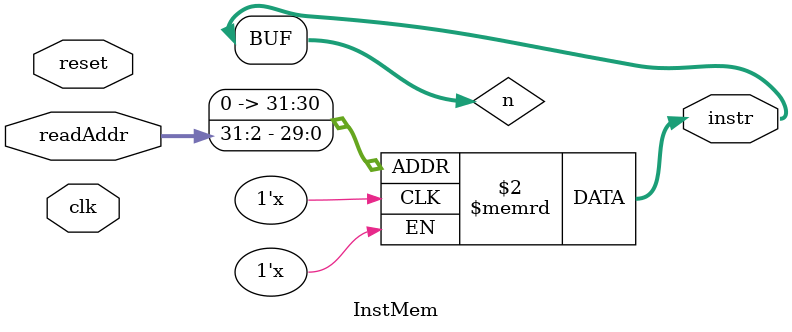
<source format=v>
`timescale 1ns / 1ps


module InstMem(
    input [31 : 0] readAddr,
    input clk,
    input reset,
    output [31 : 0] instr
    );
    
    reg [31:0] instMEM [0:255];//set size as 256
    reg [31:0] n;

    always @ (clk)
    begin
        n = instMEM[readAddr >> 2];
    end
    assign instr = n;

endmodule

</source>
